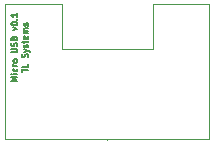
<source format=gto>
G04 #@! TF.FileFunction,Legend,Top*
%FSLAX46Y46*%
G04 Gerber Fmt 4.6, Leading zero omitted, Abs format (unit mm)*
G04 Created by KiCad (PCBNEW 4.0.6) date 12/30/17 12:21:30*
%MOMM*%
%LPD*%
G01*
G04 APERTURE LIST*
%ADD10C,0.150000*%
%ADD11C,0.127000*%
%ADD12C,0.020000*%
G04 APERTURE END LIST*
D10*
D11*
X204382310Y-145755482D02*
X203874310Y-145755482D01*
X204237167Y-145586148D01*
X203874310Y-145416815D01*
X204382310Y-145416815D01*
X204382310Y-145174911D02*
X204043643Y-145174911D01*
X203874310Y-145174911D02*
X203898500Y-145199101D01*
X203922690Y-145174911D01*
X203898500Y-145150720D01*
X203874310Y-145174911D01*
X203922690Y-145174911D01*
X204358119Y-144715291D02*
X204382310Y-144763672D01*
X204382310Y-144860434D01*
X204358119Y-144908815D01*
X204333929Y-144933006D01*
X204285548Y-144957196D01*
X204140405Y-144957196D01*
X204092024Y-144933006D01*
X204067833Y-144908815D01*
X204043643Y-144860434D01*
X204043643Y-144763672D01*
X204067833Y-144715291D01*
X204382310Y-144497577D02*
X204043643Y-144497577D01*
X204140405Y-144497577D02*
X204092024Y-144473386D01*
X204067833Y-144449196D01*
X204043643Y-144400815D01*
X204043643Y-144352434D01*
X204382310Y-144110529D02*
X204358119Y-144158910D01*
X204333929Y-144183101D01*
X204285548Y-144207291D01*
X204140405Y-144207291D01*
X204092024Y-144183101D01*
X204067833Y-144158910D01*
X204043643Y-144110529D01*
X204043643Y-144037958D01*
X204067833Y-143989577D01*
X204092024Y-143965386D01*
X204140405Y-143941196D01*
X204285548Y-143941196D01*
X204333929Y-143965386D01*
X204358119Y-143989577D01*
X204382310Y-144037958D01*
X204382310Y-144110529D01*
X203874310Y-143336434D02*
X204285548Y-143336434D01*
X204333929Y-143312243D01*
X204358119Y-143288053D01*
X204382310Y-143239672D01*
X204382310Y-143142910D01*
X204358119Y-143094529D01*
X204333929Y-143070338D01*
X204285548Y-143046148D01*
X203874310Y-143046148D01*
X204358119Y-142828434D02*
X204382310Y-142755863D01*
X204382310Y-142634910D01*
X204358119Y-142586529D01*
X204333929Y-142562339D01*
X204285548Y-142538148D01*
X204237167Y-142538148D01*
X204188786Y-142562339D01*
X204164595Y-142586529D01*
X204140405Y-142634910D01*
X204116214Y-142731672D01*
X204092024Y-142780053D01*
X204067833Y-142804244D01*
X204019452Y-142828434D01*
X203971071Y-142828434D01*
X203922690Y-142804244D01*
X203898500Y-142780053D01*
X203874310Y-142731672D01*
X203874310Y-142610720D01*
X203898500Y-142538148D01*
X204116214Y-142151100D02*
X204140405Y-142078529D01*
X204164595Y-142054338D01*
X204212976Y-142030148D01*
X204285548Y-142030148D01*
X204333929Y-142054338D01*
X204358119Y-142078529D01*
X204382310Y-142126910D01*
X204382310Y-142320434D01*
X203874310Y-142320434D01*
X203874310Y-142151100D01*
X203898500Y-142102719D01*
X203922690Y-142078529D01*
X203971071Y-142054338D01*
X204019452Y-142054338D01*
X204067833Y-142078529D01*
X204092024Y-142102719D01*
X204116214Y-142151100D01*
X204116214Y-142320434D01*
X204043643Y-141473767D02*
X204382310Y-141352814D01*
X204043643Y-141231862D01*
X203874310Y-140941576D02*
X203874310Y-140893195D01*
X203898500Y-140844814D01*
X203922690Y-140820623D01*
X203971071Y-140796433D01*
X204067833Y-140772242D01*
X204188786Y-140772242D01*
X204285548Y-140796433D01*
X204333929Y-140820623D01*
X204358119Y-140844814D01*
X204382310Y-140893195D01*
X204382310Y-140941576D01*
X204358119Y-140989957D01*
X204333929Y-141014147D01*
X204285548Y-141038338D01*
X204188786Y-141062528D01*
X204067833Y-141062528D01*
X203971071Y-141038338D01*
X203922690Y-141014147D01*
X203898500Y-140989957D01*
X203874310Y-140941576D01*
X204333929Y-140554528D02*
X204358119Y-140530337D01*
X204382310Y-140554528D01*
X204358119Y-140578718D01*
X204333929Y-140554528D01*
X204382310Y-140554528D01*
X204382310Y-140046527D02*
X204382310Y-140336813D01*
X204382310Y-140191670D02*
X203874310Y-140191670D01*
X203946881Y-140240051D01*
X203995262Y-140288432D01*
X204019452Y-140336813D01*
X204763310Y-145005577D02*
X204763310Y-144715291D01*
X205271310Y-144860434D02*
X204763310Y-144860434D01*
X205271310Y-144304053D02*
X205271310Y-144545958D01*
X204763310Y-144545958D01*
X205247119Y-143771862D02*
X205271310Y-143699291D01*
X205271310Y-143578338D01*
X205247119Y-143529957D01*
X205222929Y-143505767D01*
X205174548Y-143481576D01*
X205126167Y-143481576D01*
X205077786Y-143505767D01*
X205053595Y-143529957D01*
X205029405Y-143578338D01*
X205005214Y-143675100D01*
X204981024Y-143723481D01*
X204956833Y-143747672D01*
X204908452Y-143771862D01*
X204860071Y-143771862D01*
X204811690Y-143747672D01*
X204787500Y-143723481D01*
X204763310Y-143675100D01*
X204763310Y-143554148D01*
X204787500Y-143481576D01*
X204932643Y-143312243D02*
X205271310Y-143191290D01*
X204932643Y-143070338D02*
X205271310Y-143191290D01*
X205392262Y-143239671D01*
X205416452Y-143263862D01*
X205440643Y-143312243D01*
X205247119Y-142901004D02*
X205271310Y-142852623D01*
X205271310Y-142755861D01*
X205247119Y-142707480D01*
X205198738Y-142683290D01*
X205174548Y-142683290D01*
X205126167Y-142707480D01*
X205101976Y-142755861D01*
X205101976Y-142828433D01*
X205077786Y-142876814D01*
X205029405Y-142901004D01*
X205005214Y-142901004D01*
X204956833Y-142876814D01*
X204932643Y-142828433D01*
X204932643Y-142755861D01*
X204956833Y-142707480D01*
X204932643Y-142538147D02*
X204932643Y-142344623D01*
X204763310Y-142465576D02*
X205198738Y-142465576D01*
X205247119Y-142441385D01*
X205271310Y-142393004D01*
X205271310Y-142344623D01*
X205247119Y-141981766D02*
X205271310Y-142030147D01*
X205271310Y-142126909D01*
X205247119Y-142175290D01*
X205198738Y-142199480D01*
X205005214Y-142199480D01*
X204956833Y-142175290D01*
X204932643Y-142126909D01*
X204932643Y-142030147D01*
X204956833Y-141981766D01*
X205005214Y-141957575D01*
X205053595Y-141957575D01*
X205101976Y-142199480D01*
X205271310Y-141739861D02*
X204932643Y-141739861D01*
X204981024Y-141739861D02*
X204956833Y-141715670D01*
X204932643Y-141667289D01*
X204932643Y-141594718D01*
X204956833Y-141546337D01*
X205005214Y-141522146D01*
X205271310Y-141522146D01*
X205005214Y-141522146D02*
X204956833Y-141497956D01*
X204932643Y-141449575D01*
X204932643Y-141377003D01*
X204956833Y-141328623D01*
X205005214Y-141304432D01*
X205271310Y-141304432D01*
X205247119Y-141086718D02*
X205271310Y-141038337D01*
X205271310Y-140941575D01*
X205247119Y-140893194D01*
X205198738Y-140869004D01*
X205174548Y-140869004D01*
X205126167Y-140893194D01*
X205101976Y-140941575D01*
X205101976Y-141014147D01*
X205077786Y-141062528D01*
X205029405Y-141086718D01*
X205005214Y-141086718D01*
X204956833Y-141062528D01*
X204932643Y-141014147D01*
X204932643Y-140941575D01*
X204956833Y-140893194D01*
D12*
X211994140Y-150647480D02*
X211994140Y-150797340D01*
X215867640Y-139217480D02*
X220630140Y-139217480D01*
X215867640Y-143027480D02*
X215867640Y-139217480D01*
X208146040Y-143027480D02*
X215867640Y-143027480D01*
X208146040Y-139217480D02*
X208146040Y-143027480D01*
X220630140Y-150647480D02*
X203358140Y-150647480D01*
X220630140Y-139217480D02*
X220630140Y-150647480D01*
X203358140Y-139217480D02*
X208146040Y-139217480D01*
X203358140Y-150647480D02*
X203358140Y-139217480D01*
M02*

</source>
